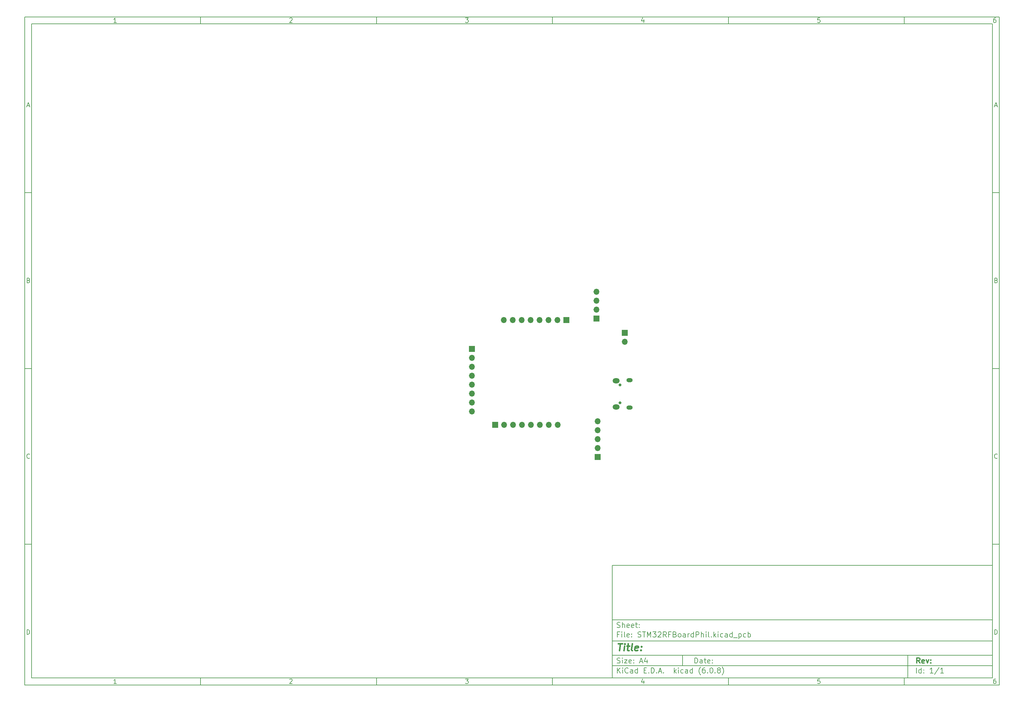
<source format=gbr>
%TF.GenerationSoftware,KiCad,Pcbnew,(6.0.8)*%
%TF.CreationDate,2022-10-27T20:00:02-05:00*%
%TF.ProjectId,STM32RFBoardPhil,53544d33-3252-4464-926f-617264506869,rev?*%
%TF.SameCoordinates,Original*%
%TF.FileFunction,Soldermask,Bot*%
%TF.FilePolarity,Negative*%
%FSLAX46Y46*%
G04 Gerber Fmt 4.6, Leading zero omitted, Abs format (unit mm)*
G04 Created by KiCad (PCBNEW (6.0.8)) date 2022-10-27 20:00:02*
%MOMM*%
%LPD*%
G01*
G04 APERTURE LIST*
%ADD10C,0.100000*%
%ADD11C,0.150000*%
%ADD12C,0.300000*%
%ADD13C,0.400000*%
%ADD14R,1.700000X1.700000*%
%ADD15O,1.700000X1.700000*%
%ADD16O,0.800000X0.800000*%
%ADD17O,1.800000X1.150000*%
%ADD18O,2.000000X1.450000*%
G04 APERTURE END LIST*
D10*
D11*
X177002200Y-166007200D02*
X177002200Y-198007200D01*
X285002200Y-198007200D01*
X285002200Y-166007200D01*
X177002200Y-166007200D01*
D10*
D11*
X10000000Y-10000000D02*
X10000000Y-200007200D01*
X287002200Y-200007200D01*
X287002200Y-10000000D01*
X10000000Y-10000000D01*
D10*
D11*
X12000000Y-12000000D02*
X12000000Y-198007200D01*
X285002200Y-198007200D01*
X285002200Y-12000000D01*
X12000000Y-12000000D01*
D10*
D11*
X60000000Y-12000000D02*
X60000000Y-10000000D01*
D10*
D11*
X110000000Y-12000000D02*
X110000000Y-10000000D01*
D10*
D11*
X160000000Y-12000000D02*
X160000000Y-10000000D01*
D10*
D11*
X210000000Y-12000000D02*
X210000000Y-10000000D01*
D10*
D11*
X260000000Y-12000000D02*
X260000000Y-10000000D01*
D10*
D11*
X36065476Y-11588095D02*
X35322619Y-11588095D01*
X35694047Y-11588095D02*
X35694047Y-10288095D01*
X35570238Y-10473809D01*
X35446428Y-10597619D01*
X35322619Y-10659523D01*
D10*
D11*
X85322619Y-10411904D02*
X85384523Y-10350000D01*
X85508333Y-10288095D01*
X85817857Y-10288095D01*
X85941666Y-10350000D01*
X86003571Y-10411904D01*
X86065476Y-10535714D01*
X86065476Y-10659523D01*
X86003571Y-10845238D01*
X85260714Y-11588095D01*
X86065476Y-11588095D01*
D10*
D11*
X135260714Y-10288095D02*
X136065476Y-10288095D01*
X135632142Y-10783333D01*
X135817857Y-10783333D01*
X135941666Y-10845238D01*
X136003571Y-10907142D01*
X136065476Y-11030952D01*
X136065476Y-11340476D01*
X136003571Y-11464285D01*
X135941666Y-11526190D01*
X135817857Y-11588095D01*
X135446428Y-11588095D01*
X135322619Y-11526190D01*
X135260714Y-11464285D01*
D10*
D11*
X185941666Y-10721428D02*
X185941666Y-11588095D01*
X185632142Y-10226190D02*
X185322619Y-11154761D01*
X186127380Y-11154761D01*
D10*
D11*
X236003571Y-10288095D02*
X235384523Y-10288095D01*
X235322619Y-10907142D01*
X235384523Y-10845238D01*
X235508333Y-10783333D01*
X235817857Y-10783333D01*
X235941666Y-10845238D01*
X236003571Y-10907142D01*
X236065476Y-11030952D01*
X236065476Y-11340476D01*
X236003571Y-11464285D01*
X235941666Y-11526190D01*
X235817857Y-11588095D01*
X235508333Y-11588095D01*
X235384523Y-11526190D01*
X235322619Y-11464285D01*
D10*
D11*
X285941666Y-10288095D02*
X285694047Y-10288095D01*
X285570238Y-10350000D01*
X285508333Y-10411904D01*
X285384523Y-10597619D01*
X285322619Y-10845238D01*
X285322619Y-11340476D01*
X285384523Y-11464285D01*
X285446428Y-11526190D01*
X285570238Y-11588095D01*
X285817857Y-11588095D01*
X285941666Y-11526190D01*
X286003571Y-11464285D01*
X286065476Y-11340476D01*
X286065476Y-11030952D01*
X286003571Y-10907142D01*
X285941666Y-10845238D01*
X285817857Y-10783333D01*
X285570238Y-10783333D01*
X285446428Y-10845238D01*
X285384523Y-10907142D01*
X285322619Y-11030952D01*
D10*
D11*
X60000000Y-198007200D02*
X60000000Y-200007200D01*
D10*
D11*
X110000000Y-198007200D02*
X110000000Y-200007200D01*
D10*
D11*
X160000000Y-198007200D02*
X160000000Y-200007200D01*
D10*
D11*
X210000000Y-198007200D02*
X210000000Y-200007200D01*
D10*
D11*
X260000000Y-198007200D02*
X260000000Y-200007200D01*
D10*
D11*
X36065476Y-199595295D02*
X35322619Y-199595295D01*
X35694047Y-199595295D02*
X35694047Y-198295295D01*
X35570238Y-198481009D01*
X35446428Y-198604819D01*
X35322619Y-198666723D01*
D10*
D11*
X85322619Y-198419104D02*
X85384523Y-198357200D01*
X85508333Y-198295295D01*
X85817857Y-198295295D01*
X85941666Y-198357200D01*
X86003571Y-198419104D01*
X86065476Y-198542914D01*
X86065476Y-198666723D01*
X86003571Y-198852438D01*
X85260714Y-199595295D01*
X86065476Y-199595295D01*
D10*
D11*
X135260714Y-198295295D02*
X136065476Y-198295295D01*
X135632142Y-198790533D01*
X135817857Y-198790533D01*
X135941666Y-198852438D01*
X136003571Y-198914342D01*
X136065476Y-199038152D01*
X136065476Y-199347676D01*
X136003571Y-199471485D01*
X135941666Y-199533390D01*
X135817857Y-199595295D01*
X135446428Y-199595295D01*
X135322619Y-199533390D01*
X135260714Y-199471485D01*
D10*
D11*
X185941666Y-198728628D02*
X185941666Y-199595295D01*
X185632142Y-198233390D02*
X185322619Y-199161961D01*
X186127380Y-199161961D01*
D10*
D11*
X236003571Y-198295295D02*
X235384523Y-198295295D01*
X235322619Y-198914342D01*
X235384523Y-198852438D01*
X235508333Y-198790533D01*
X235817857Y-198790533D01*
X235941666Y-198852438D01*
X236003571Y-198914342D01*
X236065476Y-199038152D01*
X236065476Y-199347676D01*
X236003571Y-199471485D01*
X235941666Y-199533390D01*
X235817857Y-199595295D01*
X235508333Y-199595295D01*
X235384523Y-199533390D01*
X235322619Y-199471485D01*
D10*
D11*
X285941666Y-198295295D02*
X285694047Y-198295295D01*
X285570238Y-198357200D01*
X285508333Y-198419104D01*
X285384523Y-198604819D01*
X285322619Y-198852438D01*
X285322619Y-199347676D01*
X285384523Y-199471485D01*
X285446428Y-199533390D01*
X285570238Y-199595295D01*
X285817857Y-199595295D01*
X285941666Y-199533390D01*
X286003571Y-199471485D01*
X286065476Y-199347676D01*
X286065476Y-199038152D01*
X286003571Y-198914342D01*
X285941666Y-198852438D01*
X285817857Y-198790533D01*
X285570238Y-198790533D01*
X285446428Y-198852438D01*
X285384523Y-198914342D01*
X285322619Y-199038152D01*
D10*
D11*
X10000000Y-60000000D02*
X12000000Y-60000000D01*
D10*
D11*
X10000000Y-110000000D02*
X12000000Y-110000000D01*
D10*
D11*
X10000000Y-160000000D02*
X12000000Y-160000000D01*
D10*
D11*
X10690476Y-35216666D02*
X11309523Y-35216666D01*
X10566666Y-35588095D02*
X11000000Y-34288095D01*
X11433333Y-35588095D01*
D10*
D11*
X11092857Y-84907142D02*
X11278571Y-84969047D01*
X11340476Y-85030952D01*
X11402380Y-85154761D01*
X11402380Y-85340476D01*
X11340476Y-85464285D01*
X11278571Y-85526190D01*
X11154761Y-85588095D01*
X10659523Y-85588095D01*
X10659523Y-84288095D01*
X11092857Y-84288095D01*
X11216666Y-84350000D01*
X11278571Y-84411904D01*
X11340476Y-84535714D01*
X11340476Y-84659523D01*
X11278571Y-84783333D01*
X11216666Y-84845238D01*
X11092857Y-84907142D01*
X10659523Y-84907142D01*
D10*
D11*
X11402380Y-135464285D02*
X11340476Y-135526190D01*
X11154761Y-135588095D01*
X11030952Y-135588095D01*
X10845238Y-135526190D01*
X10721428Y-135402380D01*
X10659523Y-135278571D01*
X10597619Y-135030952D01*
X10597619Y-134845238D01*
X10659523Y-134597619D01*
X10721428Y-134473809D01*
X10845238Y-134350000D01*
X11030952Y-134288095D01*
X11154761Y-134288095D01*
X11340476Y-134350000D01*
X11402380Y-134411904D01*
D10*
D11*
X10659523Y-185588095D02*
X10659523Y-184288095D01*
X10969047Y-184288095D01*
X11154761Y-184350000D01*
X11278571Y-184473809D01*
X11340476Y-184597619D01*
X11402380Y-184845238D01*
X11402380Y-185030952D01*
X11340476Y-185278571D01*
X11278571Y-185402380D01*
X11154761Y-185526190D01*
X10969047Y-185588095D01*
X10659523Y-185588095D01*
D10*
D11*
X287002200Y-60000000D02*
X285002200Y-60000000D01*
D10*
D11*
X287002200Y-110000000D02*
X285002200Y-110000000D01*
D10*
D11*
X287002200Y-160000000D02*
X285002200Y-160000000D01*
D10*
D11*
X285692676Y-35216666D02*
X286311723Y-35216666D01*
X285568866Y-35588095D02*
X286002200Y-34288095D01*
X286435533Y-35588095D01*
D10*
D11*
X286095057Y-84907142D02*
X286280771Y-84969047D01*
X286342676Y-85030952D01*
X286404580Y-85154761D01*
X286404580Y-85340476D01*
X286342676Y-85464285D01*
X286280771Y-85526190D01*
X286156961Y-85588095D01*
X285661723Y-85588095D01*
X285661723Y-84288095D01*
X286095057Y-84288095D01*
X286218866Y-84350000D01*
X286280771Y-84411904D01*
X286342676Y-84535714D01*
X286342676Y-84659523D01*
X286280771Y-84783333D01*
X286218866Y-84845238D01*
X286095057Y-84907142D01*
X285661723Y-84907142D01*
D10*
D11*
X286404580Y-135464285D02*
X286342676Y-135526190D01*
X286156961Y-135588095D01*
X286033152Y-135588095D01*
X285847438Y-135526190D01*
X285723628Y-135402380D01*
X285661723Y-135278571D01*
X285599819Y-135030952D01*
X285599819Y-134845238D01*
X285661723Y-134597619D01*
X285723628Y-134473809D01*
X285847438Y-134350000D01*
X286033152Y-134288095D01*
X286156961Y-134288095D01*
X286342676Y-134350000D01*
X286404580Y-134411904D01*
D10*
D11*
X285661723Y-185588095D02*
X285661723Y-184288095D01*
X285971247Y-184288095D01*
X286156961Y-184350000D01*
X286280771Y-184473809D01*
X286342676Y-184597619D01*
X286404580Y-184845238D01*
X286404580Y-185030952D01*
X286342676Y-185278571D01*
X286280771Y-185402380D01*
X286156961Y-185526190D01*
X285971247Y-185588095D01*
X285661723Y-185588095D01*
D10*
D11*
X200434342Y-193785771D02*
X200434342Y-192285771D01*
X200791485Y-192285771D01*
X201005771Y-192357200D01*
X201148628Y-192500057D01*
X201220057Y-192642914D01*
X201291485Y-192928628D01*
X201291485Y-193142914D01*
X201220057Y-193428628D01*
X201148628Y-193571485D01*
X201005771Y-193714342D01*
X200791485Y-193785771D01*
X200434342Y-193785771D01*
X202577200Y-193785771D02*
X202577200Y-193000057D01*
X202505771Y-192857200D01*
X202362914Y-192785771D01*
X202077200Y-192785771D01*
X201934342Y-192857200D01*
X202577200Y-193714342D02*
X202434342Y-193785771D01*
X202077200Y-193785771D01*
X201934342Y-193714342D01*
X201862914Y-193571485D01*
X201862914Y-193428628D01*
X201934342Y-193285771D01*
X202077200Y-193214342D01*
X202434342Y-193214342D01*
X202577200Y-193142914D01*
X203077200Y-192785771D02*
X203648628Y-192785771D01*
X203291485Y-192285771D02*
X203291485Y-193571485D01*
X203362914Y-193714342D01*
X203505771Y-193785771D01*
X203648628Y-193785771D01*
X204720057Y-193714342D02*
X204577200Y-193785771D01*
X204291485Y-193785771D01*
X204148628Y-193714342D01*
X204077200Y-193571485D01*
X204077200Y-193000057D01*
X204148628Y-192857200D01*
X204291485Y-192785771D01*
X204577200Y-192785771D01*
X204720057Y-192857200D01*
X204791485Y-193000057D01*
X204791485Y-193142914D01*
X204077200Y-193285771D01*
X205434342Y-193642914D02*
X205505771Y-193714342D01*
X205434342Y-193785771D01*
X205362914Y-193714342D01*
X205434342Y-193642914D01*
X205434342Y-193785771D01*
X205434342Y-192857200D02*
X205505771Y-192928628D01*
X205434342Y-193000057D01*
X205362914Y-192928628D01*
X205434342Y-192857200D01*
X205434342Y-193000057D01*
D10*
D11*
X177002200Y-194507200D02*
X285002200Y-194507200D01*
D10*
D11*
X178434342Y-196585771D02*
X178434342Y-195085771D01*
X179291485Y-196585771D02*
X178648628Y-195728628D01*
X179291485Y-195085771D02*
X178434342Y-195942914D01*
X179934342Y-196585771D02*
X179934342Y-195585771D01*
X179934342Y-195085771D02*
X179862914Y-195157200D01*
X179934342Y-195228628D01*
X180005771Y-195157200D01*
X179934342Y-195085771D01*
X179934342Y-195228628D01*
X181505771Y-196442914D02*
X181434342Y-196514342D01*
X181220057Y-196585771D01*
X181077200Y-196585771D01*
X180862914Y-196514342D01*
X180720057Y-196371485D01*
X180648628Y-196228628D01*
X180577200Y-195942914D01*
X180577200Y-195728628D01*
X180648628Y-195442914D01*
X180720057Y-195300057D01*
X180862914Y-195157200D01*
X181077200Y-195085771D01*
X181220057Y-195085771D01*
X181434342Y-195157200D01*
X181505771Y-195228628D01*
X182791485Y-196585771D02*
X182791485Y-195800057D01*
X182720057Y-195657200D01*
X182577200Y-195585771D01*
X182291485Y-195585771D01*
X182148628Y-195657200D01*
X182791485Y-196514342D02*
X182648628Y-196585771D01*
X182291485Y-196585771D01*
X182148628Y-196514342D01*
X182077200Y-196371485D01*
X182077200Y-196228628D01*
X182148628Y-196085771D01*
X182291485Y-196014342D01*
X182648628Y-196014342D01*
X182791485Y-195942914D01*
X184148628Y-196585771D02*
X184148628Y-195085771D01*
X184148628Y-196514342D02*
X184005771Y-196585771D01*
X183720057Y-196585771D01*
X183577200Y-196514342D01*
X183505771Y-196442914D01*
X183434342Y-196300057D01*
X183434342Y-195871485D01*
X183505771Y-195728628D01*
X183577200Y-195657200D01*
X183720057Y-195585771D01*
X184005771Y-195585771D01*
X184148628Y-195657200D01*
X186005771Y-195800057D02*
X186505771Y-195800057D01*
X186720057Y-196585771D02*
X186005771Y-196585771D01*
X186005771Y-195085771D01*
X186720057Y-195085771D01*
X187362914Y-196442914D02*
X187434342Y-196514342D01*
X187362914Y-196585771D01*
X187291485Y-196514342D01*
X187362914Y-196442914D01*
X187362914Y-196585771D01*
X188077200Y-196585771D02*
X188077200Y-195085771D01*
X188434342Y-195085771D01*
X188648628Y-195157200D01*
X188791485Y-195300057D01*
X188862914Y-195442914D01*
X188934342Y-195728628D01*
X188934342Y-195942914D01*
X188862914Y-196228628D01*
X188791485Y-196371485D01*
X188648628Y-196514342D01*
X188434342Y-196585771D01*
X188077200Y-196585771D01*
X189577200Y-196442914D02*
X189648628Y-196514342D01*
X189577200Y-196585771D01*
X189505771Y-196514342D01*
X189577200Y-196442914D01*
X189577200Y-196585771D01*
X190220057Y-196157200D02*
X190934342Y-196157200D01*
X190077200Y-196585771D02*
X190577200Y-195085771D01*
X191077200Y-196585771D01*
X191577200Y-196442914D02*
X191648628Y-196514342D01*
X191577200Y-196585771D01*
X191505771Y-196514342D01*
X191577200Y-196442914D01*
X191577200Y-196585771D01*
X194577200Y-196585771D02*
X194577200Y-195085771D01*
X194720057Y-196014342D02*
X195148628Y-196585771D01*
X195148628Y-195585771D02*
X194577200Y-196157200D01*
X195791485Y-196585771D02*
X195791485Y-195585771D01*
X195791485Y-195085771D02*
X195720057Y-195157200D01*
X195791485Y-195228628D01*
X195862914Y-195157200D01*
X195791485Y-195085771D01*
X195791485Y-195228628D01*
X197148628Y-196514342D02*
X197005771Y-196585771D01*
X196720057Y-196585771D01*
X196577200Y-196514342D01*
X196505771Y-196442914D01*
X196434342Y-196300057D01*
X196434342Y-195871485D01*
X196505771Y-195728628D01*
X196577200Y-195657200D01*
X196720057Y-195585771D01*
X197005771Y-195585771D01*
X197148628Y-195657200D01*
X198434342Y-196585771D02*
X198434342Y-195800057D01*
X198362914Y-195657200D01*
X198220057Y-195585771D01*
X197934342Y-195585771D01*
X197791485Y-195657200D01*
X198434342Y-196514342D02*
X198291485Y-196585771D01*
X197934342Y-196585771D01*
X197791485Y-196514342D01*
X197720057Y-196371485D01*
X197720057Y-196228628D01*
X197791485Y-196085771D01*
X197934342Y-196014342D01*
X198291485Y-196014342D01*
X198434342Y-195942914D01*
X199791485Y-196585771D02*
X199791485Y-195085771D01*
X199791485Y-196514342D02*
X199648628Y-196585771D01*
X199362914Y-196585771D01*
X199220057Y-196514342D01*
X199148628Y-196442914D01*
X199077200Y-196300057D01*
X199077200Y-195871485D01*
X199148628Y-195728628D01*
X199220057Y-195657200D01*
X199362914Y-195585771D01*
X199648628Y-195585771D01*
X199791485Y-195657200D01*
X202077200Y-197157200D02*
X202005771Y-197085771D01*
X201862914Y-196871485D01*
X201791485Y-196728628D01*
X201720057Y-196514342D01*
X201648628Y-196157200D01*
X201648628Y-195871485D01*
X201720057Y-195514342D01*
X201791485Y-195300057D01*
X201862914Y-195157200D01*
X202005771Y-194942914D01*
X202077200Y-194871485D01*
X203291485Y-195085771D02*
X203005771Y-195085771D01*
X202862914Y-195157200D01*
X202791485Y-195228628D01*
X202648628Y-195442914D01*
X202577200Y-195728628D01*
X202577200Y-196300057D01*
X202648628Y-196442914D01*
X202720057Y-196514342D01*
X202862914Y-196585771D01*
X203148628Y-196585771D01*
X203291485Y-196514342D01*
X203362914Y-196442914D01*
X203434342Y-196300057D01*
X203434342Y-195942914D01*
X203362914Y-195800057D01*
X203291485Y-195728628D01*
X203148628Y-195657200D01*
X202862914Y-195657200D01*
X202720057Y-195728628D01*
X202648628Y-195800057D01*
X202577200Y-195942914D01*
X204077200Y-196442914D02*
X204148628Y-196514342D01*
X204077200Y-196585771D01*
X204005771Y-196514342D01*
X204077200Y-196442914D01*
X204077200Y-196585771D01*
X205077200Y-195085771D02*
X205220057Y-195085771D01*
X205362914Y-195157200D01*
X205434342Y-195228628D01*
X205505771Y-195371485D01*
X205577200Y-195657200D01*
X205577200Y-196014342D01*
X205505771Y-196300057D01*
X205434342Y-196442914D01*
X205362914Y-196514342D01*
X205220057Y-196585771D01*
X205077200Y-196585771D01*
X204934342Y-196514342D01*
X204862914Y-196442914D01*
X204791485Y-196300057D01*
X204720057Y-196014342D01*
X204720057Y-195657200D01*
X204791485Y-195371485D01*
X204862914Y-195228628D01*
X204934342Y-195157200D01*
X205077200Y-195085771D01*
X206220057Y-196442914D02*
X206291485Y-196514342D01*
X206220057Y-196585771D01*
X206148628Y-196514342D01*
X206220057Y-196442914D01*
X206220057Y-196585771D01*
X207148628Y-195728628D02*
X207005771Y-195657200D01*
X206934342Y-195585771D01*
X206862914Y-195442914D01*
X206862914Y-195371485D01*
X206934342Y-195228628D01*
X207005771Y-195157200D01*
X207148628Y-195085771D01*
X207434342Y-195085771D01*
X207577200Y-195157200D01*
X207648628Y-195228628D01*
X207720057Y-195371485D01*
X207720057Y-195442914D01*
X207648628Y-195585771D01*
X207577200Y-195657200D01*
X207434342Y-195728628D01*
X207148628Y-195728628D01*
X207005771Y-195800057D01*
X206934342Y-195871485D01*
X206862914Y-196014342D01*
X206862914Y-196300057D01*
X206934342Y-196442914D01*
X207005771Y-196514342D01*
X207148628Y-196585771D01*
X207434342Y-196585771D01*
X207577200Y-196514342D01*
X207648628Y-196442914D01*
X207720057Y-196300057D01*
X207720057Y-196014342D01*
X207648628Y-195871485D01*
X207577200Y-195800057D01*
X207434342Y-195728628D01*
X208220057Y-197157200D02*
X208291485Y-197085771D01*
X208434342Y-196871485D01*
X208505771Y-196728628D01*
X208577200Y-196514342D01*
X208648628Y-196157200D01*
X208648628Y-195871485D01*
X208577200Y-195514342D01*
X208505771Y-195300057D01*
X208434342Y-195157200D01*
X208291485Y-194942914D01*
X208220057Y-194871485D01*
D10*
D11*
X177002200Y-191507200D02*
X285002200Y-191507200D01*
D10*
D12*
X264411485Y-193785771D02*
X263911485Y-193071485D01*
X263554342Y-193785771D02*
X263554342Y-192285771D01*
X264125771Y-192285771D01*
X264268628Y-192357200D01*
X264340057Y-192428628D01*
X264411485Y-192571485D01*
X264411485Y-192785771D01*
X264340057Y-192928628D01*
X264268628Y-193000057D01*
X264125771Y-193071485D01*
X263554342Y-193071485D01*
X265625771Y-193714342D02*
X265482914Y-193785771D01*
X265197200Y-193785771D01*
X265054342Y-193714342D01*
X264982914Y-193571485D01*
X264982914Y-193000057D01*
X265054342Y-192857200D01*
X265197200Y-192785771D01*
X265482914Y-192785771D01*
X265625771Y-192857200D01*
X265697200Y-193000057D01*
X265697200Y-193142914D01*
X264982914Y-193285771D01*
X266197200Y-192785771D02*
X266554342Y-193785771D01*
X266911485Y-192785771D01*
X267482914Y-193642914D02*
X267554342Y-193714342D01*
X267482914Y-193785771D01*
X267411485Y-193714342D01*
X267482914Y-193642914D01*
X267482914Y-193785771D01*
X267482914Y-192857200D02*
X267554342Y-192928628D01*
X267482914Y-193000057D01*
X267411485Y-192928628D01*
X267482914Y-192857200D01*
X267482914Y-193000057D01*
D10*
D11*
X178362914Y-193714342D02*
X178577200Y-193785771D01*
X178934342Y-193785771D01*
X179077200Y-193714342D01*
X179148628Y-193642914D01*
X179220057Y-193500057D01*
X179220057Y-193357200D01*
X179148628Y-193214342D01*
X179077200Y-193142914D01*
X178934342Y-193071485D01*
X178648628Y-193000057D01*
X178505771Y-192928628D01*
X178434342Y-192857200D01*
X178362914Y-192714342D01*
X178362914Y-192571485D01*
X178434342Y-192428628D01*
X178505771Y-192357200D01*
X178648628Y-192285771D01*
X179005771Y-192285771D01*
X179220057Y-192357200D01*
X179862914Y-193785771D02*
X179862914Y-192785771D01*
X179862914Y-192285771D02*
X179791485Y-192357200D01*
X179862914Y-192428628D01*
X179934342Y-192357200D01*
X179862914Y-192285771D01*
X179862914Y-192428628D01*
X180434342Y-192785771D02*
X181220057Y-192785771D01*
X180434342Y-193785771D01*
X181220057Y-193785771D01*
X182362914Y-193714342D02*
X182220057Y-193785771D01*
X181934342Y-193785771D01*
X181791485Y-193714342D01*
X181720057Y-193571485D01*
X181720057Y-193000057D01*
X181791485Y-192857200D01*
X181934342Y-192785771D01*
X182220057Y-192785771D01*
X182362914Y-192857200D01*
X182434342Y-193000057D01*
X182434342Y-193142914D01*
X181720057Y-193285771D01*
X183077200Y-193642914D02*
X183148628Y-193714342D01*
X183077200Y-193785771D01*
X183005771Y-193714342D01*
X183077200Y-193642914D01*
X183077200Y-193785771D01*
X183077200Y-192857200D02*
X183148628Y-192928628D01*
X183077200Y-193000057D01*
X183005771Y-192928628D01*
X183077200Y-192857200D01*
X183077200Y-193000057D01*
X184862914Y-193357200D02*
X185577200Y-193357200D01*
X184720057Y-193785771D02*
X185220057Y-192285771D01*
X185720057Y-193785771D01*
X186862914Y-192785771D02*
X186862914Y-193785771D01*
X186505771Y-192214342D02*
X186148628Y-193285771D01*
X187077200Y-193285771D01*
D10*
D11*
X263434342Y-196585771D02*
X263434342Y-195085771D01*
X264791485Y-196585771D02*
X264791485Y-195085771D01*
X264791485Y-196514342D02*
X264648628Y-196585771D01*
X264362914Y-196585771D01*
X264220057Y-196514342D01*
X264148628Y-196442914D01*
X264077200Y-196300057D01*
X264077200Y-195871485D01*
X264148628Y-195728628D01*
X264220057Y-195657200D01*
X264362914Y-195585771D01*
X264648628Y-195585771D01*
X264791485Y-195657200D01*
X265505771Y-196442914D02*
X265577200Y-196514342D01*
X265505771Y-196585771D01*
X265434342Y-196514342D01*
X265505771Y-196442914D01*
X265505771Y-196585771D01*
X265505771Y-195657200D02*
X265577200Y-195728628D01*
X265505771Y-195800057D01*
X265434342Y-195728628D01*
X265505771Y-195657200D01*
X265505771Y-195800057D01*
X268148628Y-196585771D02*
X267291485Y-196585771D01*
X267720057Y-196585771D02*
X267720057Y-195085771D01*
X267577200Y-195300057D01*
X267434342Y-195442914D01*
X267291485Y-195514342D01*
X269862914Y-195014342D02*
X268577200Y-196942914D01*
X271148628Y-196585771D02*
X270291485Y-196585771D01*
X270720057Y-196585771D02*
X270720057Y-195085771D01*
X270577200Y-195300057D01*
X270434342Y-195442914D01*
X270291485Y-195514342D01*
D10*
D11*
X177002200Y-187507200D02*
X285002200Y-187507200D01*
D10*
D13*
X178714580Y-188211961D02*
X179857438Y-188211961D01*
X179036009Y-190211961D02*
X179286009Y-188211961D01*
X180274104Y-190211961D02*
X180440771Y-188878628D01*
X180524104Y-188211961D02*
X180416961Y-188307200D01*
X180500295Y-188402438D01*
X180607438Y-188307200D01*
X180524104Y-188211961D01*
X180500295Y-188402438D01*
X181107438Y-188878628D02*
X181869342Y-188878628D01*
X181476485Y-188211961D02*
X181262200Y-189926247D01*
X181333628Y-190116723D01*
X181512200Y-190211961D01*
X181702676Y-190211961D01*
X182655057Y-190211961D02*
X182476485Y-190116723D01*
X182405057Y-189926247D01*
X182619342Y-188211961D01*
X184190771Y-190116723D02*
X183988390Y-190211961D01*
X183607438Y-190211961D01*
X183428866Y-190116723D01*
X183357438Y-189926247D01*
X183452676Y-189164342D01*
X183571723Y-188973866D01*
X183774104Y-188878628D01*
X184155057Y-188878628D01*
X184333628Y-188973866D01*
X184405057Y-189164342D01*
X184381247Y-189354819D01*
X183405057Y-189545295D01*
X185155057Y-190021485D02*
X185238390Y-190116723D01*
X185131247Y-190211961D01*
X185047914Y-190116723D01*
X185155057Y-190021485D01*
X185131247Y-190211961D01*
X185286009Y-188973866D02*
X185369342Y-189069104D01*
X185262200Y-189164342D01*
X185178866Y-189069104D01*
X185286009Y-188973866D01*
X185262200Y-189164342D01*
D10*
D11*
X178934342Y-185600057D02*
X178434342Y-185600057D01*
X178434342Y-186385771D02*
X178434342Y-184885771D01*
X179148628Y-184885771D01*
X179720057Y-186385771D02*
X179720057Y-185385771D01*
X179720057Y-184885771D02*
X179648628Y-184957200D01*
X179720057Y-185028628D01*
X179791485Y-184957200D01*
X179720057Y-184885771D01*
X179720057Y-185028628D01*
X180648628Y-186385771D02*
X180505771Y-186314342D01*
X180434342Y-186171485D01*
X180434342Y-184885771D01*
X181791485Y-186314342D02*
X181648628Y-186385771D01*
X181362914Y-186385771D01*
X181220057Y-186314342D01*
X181148628Y-186171485D01*
X181148628Y-185600057D01*
X181220057Y-185457200D01*
X181362914Y-185385771D01*
X181648628Y-185385771D01*
X181791485Y-185457200D01*
X181862914Y-185600057D01*
X181862914Y-185742914D01*
X181148628Y-185885771D01*
X182505771Y-186242914D02*
X182577200Y-186314342D01*
X182505771Y-186385771D01*
X182434342Y-186314342D01*
X182505771Y-186242914D01*
X182505771Y-186385771D01*
X182505771Y-185457200D02*
X182577200Y-185528628D01*
X182505771Y-185600057D01*
X182434342Y-185528628D01*
X182505771Y-185457200D01*
X182505771Y-185600057D01*
X184291485Y-186314342D02*
X184505771Y-186385771D01*
X184862914Y-186385771D01*
X185005771Y-186314342D01*
X185077200Y-186242914D01*
X185148628Y-186100057D01*
X185148628Y-185957200D01*
X185077200Y-185814342D01*
X185005771Y-185742914D01*
X184862914Y-185671485D01*
X184577200Y-185600057D01*
X184434342Y-185528628D01*
X184362914Y-185457200D01*
X184291485Y-185314342D01*
X184291485Y-185171485D01*
X184362914Y-185028628D01*
X184434342Y-184957200D01*
X184577200Y-184885771D01*
X184934342Y-184885771D01*
X185148628Y-184957200D01*
X185577200Y-184885771D02*
X186434342Y-184885771D01*
X186005771Y-186385771D02*
X186005771Y-184885771D01*
X186934342Y-186385771D02*
X186934342Y-184885771D01*
X187434342Y-185957200D01*
X187934342Y-184885771D01*
X187934342Y-186385771D01*
X188505771Y-184885771D02*
X189434342Y-184885771D01*
X188934342Y-185457200D01*
X189148628Y-185457200D01*
X189291485Y-185528628D01*
X189362914Y-185600057D01*
X189434342Y-185742914D01*
X189434342Y-186100057D01*
X189362914Y-186242914D01*
X189291485Y-186314342D01*
X189148628Y-186385771D01*
X188720057Y-186385771D01*
X188577200Y-186314342D01*
X188505771Y-186242914D01*
X190005771Y-185028628D02*
X190077200Y-184957200D01*
X190220057Y-184885771D01*
X190577200Y-184885771D01*
X190720057Y-184957200D01*
X190791485Y-185028628D01*
X190862914Y-185171485D01*
X190862914Y-185314342D01*
X190791485Y-185528628D01*
X189934342Y-186385771D01*
X190862914Y-186385771D01*
X192362914Y-186385771D02*
X191862914Y-185671485D01*
X191505771Y-186385771D02*
X191505771Y-184885771D01*
X192077200Y-184885771D01*
X192220057Y-184957200D01*
X192291485Y-185028628D01*
X192362914Y-185171485D01*
X192362914Y-185385771D01*
X192291485Y-185528628D01*
X192220057Y-185600057D01*
X192077200Y-185671485D01*
X191505771Y-185671485D01*
X193505771Y-185600057D02*
X193005771Y-185600057D01*
X193005771Y-186385771D02*
X193005771Y-184885771D01*
X193720057Y-184885771D01*
X194791485Y-185600057D02*
X195005771Y-185671485D01*
X195077200Y-185742914D01*
X195148628Y-185885771D01*
X195148628Y-186100057D01*
X195077200Y-186242914D01*
X195005771Y-186314342D01*
X194862914Y-186385771D01*
X194291485Y-186385771D01*
X194291485Y-184885771D01*
X194791485Y-184885771D01*
X194934342Y-184957200D01*
X195005771Y-185028628D01*
X195077200Y-185171485D01*
X195077200Y-185314342D01*
X195005771Y-185457200D01*
X194934342Y-185528628D01*
X194791485Y-185600057D01*
X194291485Y-185600057D01*
X196005771Y-186385771D02*
X195862914Y-186314342D01*
X195791485Y-186242914D01*
X195720057Y-186100057D01*
X195720057Y-185671485D01*
X195791485Y-185528628D01*
X195862914Y-185457200D01*
X196005771Y-185385771D01*
X196220057Y-185385771D01*
X196362914Y-185457200D01*
X196434342Y-185528628D01*
X196505771Y-185671485D01*
X196505771Y-186100057D01*
X196434342Y-186242914D01*
X196362914Y-186314342D01*
X196220057Y-186385771D01*
X196005771Y-186385771D01*
X197791485Y-186385771D02*
X197791485Y-185600057D01*
X197720057Y-185457200D01*
X197577200Y-185385771D01*
X197291485Y-185385771D01*
X197148628Y-185457200D01*
X197791485Y-186314342D02*
X197648628Y-186385771D01*
X197291485Y-186385771D01*
X197148628Y-186314342D01*
X197077200Y-186171485D01*
X197077200Y-186028628D01*
X197148628Y-185885771D01*
X197291485Y-185814342D01*
X197648628Y-185814342D01*
X197791485Y-185742914D01*
X198505771Y-186385771D02*
X198505771Y-185385771D01*
X198505771Y-185671485D02*
X198577200Y-185528628D01*
X198648628Y-185457200D01*
X198791485Y-185385771D01*
X198934342Y-185385771D01*
X200077200Y-186385771D02*
X200077200Y-184885771D01*
X200077200Y-186314342D02*
X199934342Y-186385771D01*
X199648628Y-186385771D01*
X199505771Y-186314342D01*
X199434342Y-186242914D01*
X199362914Y-186100057D01*
X199362914Y-185671485D01*
X199434342Y-185528628D01*
X199505771Y-185457200D01*
X199648628Y-185385771D01*
X199934342Y-185385771D01*
X200077200Y-185457200D01*
X200791485Y-186385771D02*
X200791485Y-184885771D01*
X201362914Y-184885771D01*
X201505771Y-184957200D01*
X201577200Y-185028628D01*
X201648628Y-185171485D01*
X201648628Y-185385771D01*
X201577200Y-185528628D01*
X201505771Y-185600057D01*
X201362914Y-185671485D01*
X200791485Y-185671485D01*
X202291485Y-186385771D02*
X202291485Y-184885771D01*
X202934342Y-186385771D02*
X202934342Y-185600057D01*
X202862914Y-185457200D01*
X202720057Y-185385771D01*
X202505771Y-185385771D01*
X202362914Y-185457200D01*
X202291485Y-185528628D01*
X203648628Y-186385771D02*
X203648628Y-185385771D01*
X203648628Y-184885771D02*
X203577200Y-184957200D01*
X203648628Y-185028628D01*
X203720057Y-184957200D01*
X203648628Y-184885771D01*
X203648628Y-185028628D01*
X204577200Y-186385771D02*
X204434342Y-186314342D01*
X204362914Y-186171485D01*
X204362914Y-184885771D01*
X205148628Y-186242914D02*
X205220057Y-186314342D01*
X205148628Y-186385771D01*
X205077200Y-186314342D01*
X205148628Y-186242914D01*
X205148628Y-186385771D01*
X205862914Y-186385771D02*
X205862914Y-184885771D01*
X206005771Y-185814342D02*
X206434342Y-186385771D01*
X206434342Y-185385771D02*
X205862914Y-185957200D01*
X207077200Y-186385771D02*
X207077200Y-185385771D01*
X207077200Y-184885771D02*
X207005771Y-184957200D01*
X207077200Y-185028628D01*
X207148628Y-184957200D01*
X207077200Y-184885771D01*
X207077200Y-185028628D01*
X208434342Y-186314342D02*
X208291485Y-186385771D01*
X208005771Y-186385771D01*
X207862914Y-186314342D01*
X207791485Y-186242914D01*
X207720057Y-186100057D01*
X207720057Y-185671485D01*
X207791485Y-185528628D01*
X207862914Y-185457200D01*
X208005771Y-185385771D01*
X208291485Y-185385771D01*
X208434342Y-185457200D01*
X209720057Y-186385771D02*
X209720057Y-185600057D01*
X209648628Y-185457200D01*
X209505771Y-185385771D01*
X209220057Y-185385771D01*
X209077200Y-185457200D01*
X209720057Y-186314342D02*
X209577200Y-186385771D01*
X209220057Y-186385771D01*
X209077200Y-186314342D01*
X209005771Y-186171485D01*
X209005771Y-186028628D01*
X209077200Y-185885771D01*
X209220057Y-185814342D01*
X209577200Y-185814342D01*
X209720057Y-185742914D01*
X211077200Y-186385771D02*
X211077200Y-184885771D01*
X211077200Y-186314342D02*
X210934342Y-186385771D01*
X210648628Y-186385771D01*
X210505771Y-186314342D01*
X210434342Y-186242914D01*
X210362914Y-186100057D01*
X210362914Y-185671485D01*
X210434342Y-185528628D01*
X210505771Y-185457200D01*
X210648628Y-185385771D01*
X210934342Y-185385771D01*
X211077200Y-185457200D01*
X211434342Y-186528628D02*
X212577200Y-186528628D01*
X212934342Y-185385771D02*
X212934342Y-186885771D01*
X212934342Y-185457200D02*
X213077200Y-185385771D01*
X213362914Y-185385771D01*
X213505771Y-185457200D01*
X213577200Y-185528628D01*
X213648628Y-185671485D01*
X213648628Y-186100057D01*
X213577200Y-186242914D01*
X213505771Y-186314342D01*
X213362914Y-186385771D01*
X213077200Y-186385771D01*
X212934342Y-186314342D01*
X214934342Y-186314342D02*
X214791485Y-186385771D01*
X214505771Y-186385771D01*
X214362914Y-186314342D01*
X214291485Y-186242914D01*
X214220057Y-186100057D01*
X214220057Y-185671485D01*
X214291485Y-185528628D01*
X214362914Y-185457200D01*
X214505771Y-185385771D01*
X214791485Y-185385771D01*
X214934342Y-185457200D01*
X215577200Y-186385771D02*
X215577200Y-184885771D01*
X215577200Y-185457200D02*
X215720057Y-185385771D01*
X216005771Y-185385771D01*
X216148628Y-185457200D01*
X216220057Y-185528628D01*
X216291485Y-185671485D01*
X216291485Y-186100057D01*
X216220057Y-186242914D01*
X216148628Y-186314342D01*
X216005771Y-186385771D01*
X215720057Y-186385771D01*
X215577200Y-186314342D01*
D10*
D11*
X177002200Y-181507200D02*
X285002200Y-181507200D01*
D10*
D11*
X178362914Y-183614342D02*
X178577200Y-183685771D01*
X178934342Y-183685771D01*
X179077200Y-183614342D01*
X179148628Y-183542914D01*
X179220057Y-183400057D01*
X179220057Y-183257200D01*
X179148628Y-183114342D01*
X179077200Y-183042914D01*
X178934342Y-182971485D01*
X178648628Y-182900057D01*
X178505771Y-182828628D01*
X178434342Y-182757200D01*
X178362914Y-182614342D01*
X178362914Y-182471485D01*
X178434342Y-182328628D01*
X178505771Y-182257200D01*
X178648628Y-182185771D01*
X179005771Y-182185771D01*
X179220057Y-182257200D01*
X179862914Y-183685771D02*
X179862914Y-182185771D01*
X180505771Y-183685771D02*
X180505771Y-182900057D01*
X180434342Y-182757200D01*
X180291485Y-182685771D01*
X180077200Y-182685771D01*
X179934342Y-182757200D01*
X179862914Y-182828628D01*
X181791485Y-183614342D02*
X181648628Y-183685771D01*
X181362914Y-183685771D01*
X181220057Y-183614342D01*
X181148628Y-183471485D01*
X181148628Y-182900057D01*
X181220057Y-182757200D01*
X181362914Y-182685771D01*
X181648628Y-182685771D01*
X181791485Y-182757200D01*
X181862914Y-182900057D01*
X181862914Y-183042914D01*
X181148628Y-183185771D01*
X183077200Y-183614342D02*
X182934342Y-183685771D01*
X182648628Y-183685771D01*
X182505771Y-183614342D01*
X182434342Y-183471485D01*
X182434342Y-182900057D01*
X182505771Y-182757200D01*
X182648628Y-182685771D01*
X182934342Y-182685771D01*
X183077200Y-182757200D01*
X183148628Y-182900057D01*
X183148628Y-183042914D01*
X182434342Y-183185771D01*
X183577200Y-182685771D02*
X184148628Y-182685771D01*
X183791485Y-182185771D02*
X183791485Y-183471485D01*
X183862914Y-183614342D01*
X184005771Y-183685771D01*
X184148628Y-183685771D01*
X184648628Y-183542914D02*
X184720057Y-183614342D01*
X184648628Y-183685771D01*
X184577200Y-183614342D01*
X184648628Y-183542914D01*
X184648628Y-183685771D01*
X184648628Y-182757200D02*
X184720057Y-182828628D01*
X184648628Y-182900057D01*
X184577200Y-182828628D01*
X184648628Y-182757200D01*
X184648628Y-182900057D01*
D10*
D12*
D10*
D11*
D10*
D11*
D10*
D11*
D10*
D11*
D10*
D11*
X197002200Y-191507200D02*
X197002200Y-194507200D01*
D10*
D11*
X261002200Y-191507200D02*
X261002200Y-198007200D01*
D14*
%TO.C,J5*%
X143735800Y-126033400D03*
D15*
X146275800Y-126033400D03*
X148815800Y-126033400D03*
X151355800Y-126033400D03*
X153895800Y-126033400D03*
X156435800Y-126033400D03*
X158975800Y-126033400D03*
X161515800Y-126033400D03*
%TD*%
D14*
%TO.C,J6*%
X172500000Y-95750000D03*
D15*
X172500000Y-93210000D03*
X172500000Y-90670000D03*
X172500000Y-88130000D03*
%TD*%
D14*
%TO.C,J2*%
X137122600Y-104413400D03*
D15*
X137122600Y-106953400D03*
X137122600Y-109493400D03*
X137122600Y-112033400D03*
X137122600Y-114573400D03*
X137122600Y-117113400D03*
X137122600Y-119653400D03*
X137122600Y-122193400D03*
%TD*%
D14*
%TO.C,J1*%
X163975000Y-96200000D03*
D15*
X161435000Y-96200000D03*
X158895000Y-96200000D03*
X156355000Y-96200000D03*
X153815000Y-96200000D03*
X151275000Y-96200000D03*
X148735000Y-96200000D03*
X146195000Y-96200000D03*
%TD*%
D14*
%TO.C,J7*%
X180579600Y-99850000D03*
D15*
X180579600Y-102390000D03*
%TD*%
D16*
%TO.C,J4*%
X179145000Y-119705000D03*
X179145000Y-114705000D03*
D17*
X181895000Y-113330000D03*
D18*
X178095000Y-120930000D03*
D17*
X181895000Y-121080000D03*
D18*
X178095000Y-113480000D03*
%TD*%
D14*
%TO.C,J3*%
X172854600Y-135175400D03*
D15*
X172854600Y-132635400D03*
X172854600Y-130095400D03*
X172854600Y-127555400D03*
X172854600Y-125015400D03*
%TD*%
M02*

</source>
